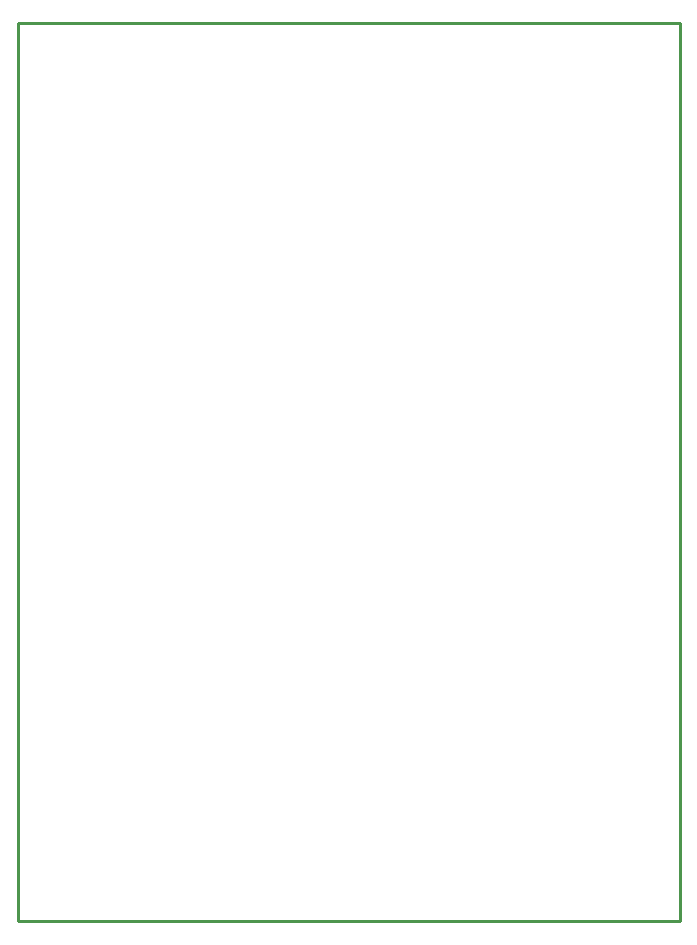
<source format=gbr>
G04 #@! TF.GenerationSoftware,KiCad,Pcbnew,5.1.0-rc2-unknown-036be7d~80~ubuntu16.04.1*
G04 #@! TF.CreationDate,2022-06-17T14:25:57+03:00*
G04 #@! TF.ProjectId,RT1010Py-DevKit_RevB,52543130-3130-4507-992d-4465764b6974,B*
G04 #@! TF.SameCoordinates,Original*
G04 #@! TF.FileFunction,Profile,NP*
%FSLAX46Y46*%
G04 Gerber Fmt 4.6, Leading zero omitted, Abs format (unit mm)*
G04 Created by KiCad (PCBNEW 5.1.0-rc2-unknown-036be7d~80~ubuntu16.04.1) date 2022-06-17 14:25:57*
%MOMM*%
%LPD*%
G04 APERTURE LIST*
%ADD10C,0.254000*%
G04 APERTURE END LIST*
D10*
X125000000Y-60000000D02*
X125000000Y-136000000D01*
X69000000Y-136000000D02*
X69000000Y-60000000D01*
X125000000Y-136000000D02*
X69000000Y-136000000D01*
X69000000Y-60000000D02*
X125000000Y-60000000D01*
M02*

</source>
